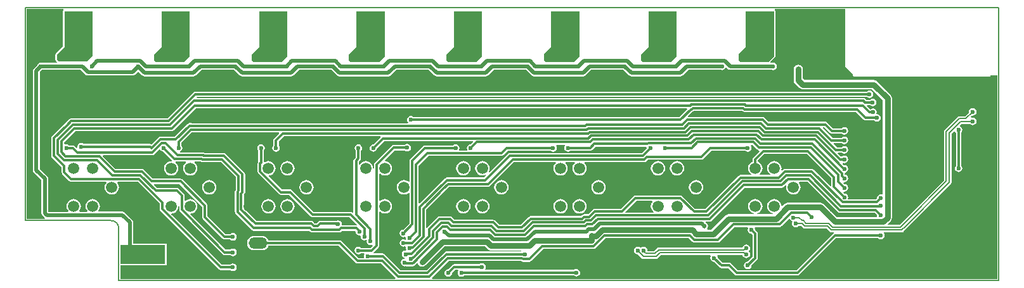
<source format=gbl>
G04*
G04 #@! TF.GenerationSoftware,Altium Limited,Altium Designer,20.0.13 (296)*
G04*
G04 Layer_Physical_Order=2*
G04 Layer_Color=16711680*
%FSLAX44Y44*%
%MOMM*%
G71*
G01*
G75*
%ADD11C,0.2000*%
%ADD14C,0.3000*%
%ADD16C,0.5000*%
%ADD65R,5.0000X5.0000*%
%ADD74C,0.8000*%
%ADD77C,1.5000*%
%ADD78C,3.0000*%
%ADD79O,1.2500X0.9500*%
%ADD80O,0.9500X1.5500*%
%ADD81O,2.5000X1.5000*%
%ADD82R,2.0000X2.0000*%
%ADD83C,0.6000*%
%ADD84C,0.5000*%
%ADD85R,6.0000X2.5000*%
%ADD86R,2.5000X6.0000*%
G36*
X90000Y300004D02*
X82500Y292504D01*
X45000Y292504D01*
X42500Y295004D01*
X42500Y302504D01*
X52500Y312504D01*
X52500Y360004D01*
X90000D01*
Y300004D01*
D02*
G37*
G36*
X1000000Y300000D02*
X992500Y292500D01*
X955000Y292500D01*
X952500Y295000D01*
X952500Y302500D01*
X962500Y312500D01*
X962500Y360000D01*
X1000000D01*
Y300000D01*
D02*
G37*
G36*
X870000D02*
X862500Y292500D01*
X825000Y292500D01*
X822500Y295000D01*
X822500Y302500D01*
X832500Y312500D01*
X832500Y360000D01*
X870000D01*
Y300000D01*
D02*
G37*
G36*
X740000D02*
X732500Y292500D01*
X695000Y292500D01*
X692500Y295000D01*
X692500Y302500D01*
X702500Y312500D01*
X702500Y360000D01*
X740000D01*
Y300000D01*
D02*
G37*
G36*
X610000D02*
X602500Y292500D01*
X565000Y292500D01*
X562500Y295000D01*
X562500Y302500D01*
X572500Y312500D01*
X572500Y360000D01*
X610000D01*
Y300000D01*
D02*
G37*
G36*
X480000D02*
X472500Y292500D01*
X435000Y292500D01*
X432500Y295000D01*
X432500Y302500D01*
X442500Y312500D01*
X442500Y360000D01*
X480000D01*
Y300000D01*
D02*
G37*
G36*
X350000D02*
X342500Y292500D01*
X305000Y292500D01*
X302500Y295000D01*
X302500Y302500D01*
X312500Y312500D01*
X312500Y360000D01*
X350000D01*
Y300000D01*
D02*
G37*
G36*
X220000D02*
X212500Y292500D01*
X175000Y292500D01*
X172500Y295000D01*
X172500Y302500D01*
X182500Y312500D01*
X182500Y360000D01*
X220000D01*
Y300000D01*
D02*
G37*
G36*
X51425Y361691D02*
X51058Y361446D01*
X50616Y360784D01*
X50461Y360004D01*
X50461Y313349D01*
X41058Y303946D01*
X40616Y303284D01*
X40461Y302504D01*
X40461Y295004D01*
X40461Y295004D01*
X40616Y294223D01*
X41058Y293562D01*
X41058Y293562D01*
X42508Y292112D01*
X41982Y290842D01*
X22933D01*
X22751Y290964D01*
X20800Y291352D01*
X18849Y290964D01*
X17195Y289859D01*
X16090Y288205D01*
X16047Y287990D01*
X11756Y283698D01*
X10761Y282210D01*
X10412Y280454D01*
Y147500D01*
X10761Y145744D01*
X11756Y144256D01*
X21612Y134400D01*
Y90133D01*
X21961Y88377D01*
X22956Y86888D01*
X25885Y83960D01*
X26858Y83309D01*
X26473Y82039D01*
X2039D01*
Y362961D01*
X51100D01*
X51425Y361691D01*
D02*
G37*
G36*
X1095000Y286000D02*
X1105461Y275539D01*
Y274900D01*
X1105616Y274120D01*
X1106058Y273458D01*
X1106720Y273016D01*
X1107500Y272861D01*
X1287500D01*
X1288280Y273016D01*
X1288942Y273458D01*
X1289304Y274000D01*
X1297961D01*
Y2039D01*
X543453D01*
X542927Y3309D01*
X544594Y4977D01*
X566049Y26431D01*
X661830D01*
X662284Y25977D01*
X663442Y25203D01*
X664808Y24931D01*
X673243D01*
X674608Y25203D01*
X675766Y25977D01*
X677523Y27734D01*
X677523Y27734D01*
X691721Y41931D01*
X759107D01*
X760472Y42203D01*
X761630Y42977D01*
X775085Y56431D01*
X886187D01*
X891142Y51477D01*
X892300Y50703D01*
X893665Y50431D01*
X925000D01*
X926366Y50703D01*
X927523Y51477D01*
X947478Y71431D01*
X965086D01*
X965765Y70161D01*
X965290Y69451D01*
X964902Y67500D01*
X965290Y65549D01*
X966395Y63895D01*
X968049Y62790D01*
X970000Y62402D01*
X970043Y62410D01*
X971431Y61022D01*
Y31478D01*
X965043Y25089D01*
X965000Y25098D01*
X963049Y24710D01*
X961395Y23605D01*
X960290Y21951D01*
X959902Y20000D01*
X960290Y18049D01*
X961395Y16395D01*
X963049Y15290D01*
X965000Y14902D01*
X966951Y15290D01*
X968605Y16395D01*
X969710Y18049D01*
X970098Y20000D01*
X970089Y20043D01*
X977523Y27477D01*
X978297Y28634D01*
X978569Y30000D01*
Y62500D01*
X978297Y63866D01*
X977523Y65023D01*
X975089Y67457D01*
X975098Y67500D01*
X974710Y69451D01*
X974235Y70161D01*
X974914Y71431D01*
X1007500D01*
X1008866Y71703D01*
X1010023Y72477D01*
X1019976Y82429D01*
X1021177Y82148D01*
X1021331Y81988D01*
X1022395Y80395D01*
X1023778Y79471D01*
X1024398Y78112D01*
X1024290Y77951D01*
X1023902Y76000D01*
X1024290Y74049D01*
X1025395Y72395D01*
X1027049Y71290D01*
X1029000Y70902D01*
X1030951Y71290D01*
X1032605Y72395D01*
X1032970Y72941D01*
X1036233D01*
X1038837Y70337D01*
X1039829Y69674D01*
X1041000Y69441D01*
X1070449D01*
X1074553Y65337D01*
X1074553Y65337D01*
X1075545Y64674D01*
X1076716Y64441D01*
X1076716Y64441D01*
X1079448D01*
X1079613Y63968D01*
X1079659Y63171D01*
X1078690Y62523D01*
X1029735Y13569D01*
X951478D01*
X942523Y22523D01*
X941366Y23297D01*
X940000Y23569D01*
X931478D01*
X925089Y29957D01*
X925098Y30000D01*
X924710Y31951D01*
X924229Y32671D01*
X924907Y33941D01*
X958113D01*
X958290Y33049D01*
X959395Y31395D01*
X961049Y30290D01*
X963000Y29902D01*
X964951Y30290D01*
X966605Y31395D01*
X967710Y33049D01*
X968098Y35000D01*
X967710Y36951D01*
X966605Y38605D01*
Y39395D01*
X967710Y41049D01*
X968098Y43000D01*
X967710Y44951D01*
X966605Y46605D01*
X964951Y47710D01*
X963000Y48098D01*
X961049Y47710D01*
X959395Y46605D01*
X958290Y44951D01*
X958113Y44059D01*
X845904D01*
X845904Y44059D01*
X844733Y43826D01*
X843741Y43163D01*
X839637Y39059D01*
X831870D01*
X831098Y40000D01*
X830710Y41951D01*
X829605Y43605D01*
X827951Y44710D01*
X826000Y45098D01*
X824049Y44710D01*
X822395Y43605D01*
X821605D01*
X819951Y44710D01*
X818000Y45098D01*
X816049Y44710D01*
X814395Y43605D01*
X813290Y41951D01*
X812902Y40000D01*
X813290Y38049D01*
X814395Y36395D01*
X816049Y35290D01*
X818000Y34902D01*
X818239Y34950D01*
X823352Y29837D01*
X823352Y29837D01*
X824344Y29174D01*
X825515Y28941D01*
X825515Y28941D01*
X842561D01*
X842561Y28941D01*
X843731Y29174D01*
X844724Y29837D01*
X848828Y33941D01*
X915093D01*
X915771Y32671D01*
X915290Y31951D01*
X914902Y30000D01*
X915290Y28049D01*
X916395Y26395D01*
X918049Y25290D01*
X920000Y24902D01*
X920043Y24911D01*
X927477Y17477D01*
X928634Y16703D01*
X930000Y16431D01*
X938522D01*
X947477Y7477D01*
X948634Y6703D01*
X950000Y6431D01*
X1031213D01*
X1032579Y6703D01*
X1033736Y7477D01*
X1082691Y56431D01*
X1138871D01*
X1138895Y56395D01*
X1140549Y55290D01*
X1142500Y54902D01*
X1144451Y55290D01*
X1146105Y56395D01*
X1147210Y58049D01*
X1147598Y60000D01*
X1147210Y61951D01*
X1146395Y63171D01*
X1146965Y64441D01*
X1150784D01*
X1150784Y64441D01*
X1150785Y64441D01*
X1170657D01*
X1170657Y64441D01*
X1171827Y64674D01*
X1172820Y65337D01*
X1177467Y69984D01*
X1177467Y69984D01*
X1236163Y128680D01*
X1236163Y128680D01*
X1236826Y129673D01*
X1237059Y130843D01*
Y196233D01*
X1240307Y199482D01*
X1241693Y199071D01*
X1242645Y197645D01*
X1242969Y197429D01*
Y153627D01*
X1242932Y153603D01*
X1241827Y151949D01*
X1241439Y149998D01*
X1241827Y148047D01*
X1242932Y146393D01*
X1244586Y145288D01*
X1246537Y144900D01*
X1248488Y145288D01*
X1250142Y146393D01*
X1251247Y148047D01*
X1251635Y149998D01*
X1251247Y151949D01*
X1250142Y153603D01*
X1250106Y153627D01*
Y198020D01*
X1250960Y199299D01*
X1251348Y201250D01*
X1250960Y203201D01*
X1249855Y204855D01*
X1248429Y205807D01*
X1248018Y207192D01*
X1250267Y209441D01*
X1261364D01*
X1261595Y209095D01*
X1263249Y207990D01*
X1265200Y207602D01*
X1267151Y207990D01*
X1268805Y209095D01*
X1269910Y210749D01*
X1270298Y212700D01*
X1269910Y214651D01*
X1268805Y216305D01*
X1267151Y217410D01*
X1265200Y217798D01*
X1263352Y217430D01*
X1263278Y217487D01*
X1262980Y218855D01*
X1264556Y220430D01*
X1265200Y220302D01*
X1267151Y220690D01*
X1268805Y221795D01*
X1269910Y223449D01*
X1270298Y225400D01*
X1269910Y227351D01*
X1268805Y229005D01*
X1267151Y230110D01*
X1265200Y230498D01*
X1263249Y230110D01*
X1261595Y229005D01*
X1260490Y227351D01*
X1260102Y225400D01*
X1260230Y224756D01*
X1255033Y219559D01*
X1247343D01*
X1247343Y219559D01*
X1246173Y219326D01*
X1245180Y218663D01*
X1227837Y201320D01*
X1227174Y200327D01*
X1226941Y199157D01*
X1226941Y199157D01*
Y133767D01*
X1171916Y78741D01*
X1171916Y78741D01*
X1167733Y74559D01*
X1152598D01*
X1152112Y75732D01*
X1155826Y79446D01*
X1157152Y81431D01*
X1157617Y83772D01*
Y243500D01*
X1157152Y245841D01*
X1155826Y247826D01*
X1137326Y266326D01*
X1135341Y267652D01*
X1133000Y268118D01*
X1040534D01*
X1038617Y270034D01*
Y282500D01*
X1038152Y284841D01*
X1036826Y286826D01*
X1034841Y288152D01*
X1032500Y288617D01*
X1030159Y288152D01*
X1028174Y286826D01*
X1026848Y284841D01*
X1026383Y282500D01*
Y275000D01*
Y267500D01*
X1026848Y265159D01*
X1028174Y263174D01*
X1033674Y257674D01*
X1035659Y256348D01*
X1038000Y255882D01*
X1130466D01*
X1145383Y240966D01*
Y115499D01*
X1144112Y114777D01*
X1142500Y115098D01*
X1140549Y114710D01*
X1138895Y113605D01*
X1137790Y111951D01*
X1137402Y110000D01*
X1137411Y109957D01*
X1135622Y108169D01*
X1099466D01*
X1098767Y109439D01*
X1099098Y111100D01*
X1098710Y113051D01*
X1097605Y114705D01*
X1095951Y115810D01*
X1094000Y116198D01*
X1093957Y116189D01*
X1092427Y117720D01*
X1093052Y118891D01*
X1094000Y118702D01*
X1095951Y119090D01*
X1097605Y120195D01*
X1098710Y121849D01*
X1099098Y123800D01*
X1098710Y125751D01*
X1097605Y127405D01*
X1095951Y128510D01*
X1094000Y128898D01*
X1093957Y128890D01*
X1092427Y130420D01*
X1093052Y131591D01*
X1094000Y131402D01*
X1095951Y131790D01*
X1097605Y132895D01*
X1098710Y134549D01*
X1099098Y136500D01*
X1098710Y138451D01*
X1097605Y140105D01*
X1095951Y141210D01*
X1094488Y141501D01*
Y143060D01*
X1094446Y143275D01*
X1095151Y144331D01*
X1095951Y144490D01*
X1097605Y145595D01*
X1098710Y147249D01*
X1099098Y149200D01*
X1098710Y151151D01*
X1097605Y152805D01*
X1095951Y153910D01*
X1094000Y154298D01*
X1093619Y154222D01*
X1091920Y155921D01*
X1092545Y157091D01*
X1094000Y156802D01*
X1095951Y157190D01*
X1097605Y158295D01*
X1098710Y159949D01*
X1099098Y161900D01*
X1098710Y163851D01*
X1097605Y165505D01*
X1095951Y166610D01*
X1094000Y166998D01*
X1092049Y166610D01*
X1090395Y165505D01*
X1089219Y165693D01*
X1085054Y169858D01*
X1085540Y171031D01*
X1090371D01*
X1090395Y170995D01*
X1092049Y169890D01*
X1094000Y169502D01*
X1095951Y169890D01*
X1097605Y170995D01*
X1098710Y172649D01*
X1099098Y174600D01*
X1098710Y176551D01*
X1097605Y178205D01*
X1095951Y179310D01*
X1094000Y179698D01*
X1092049Y179310D01*
X1090395Y178205D01*
X1090371Y178169D01*
X1083814D01*
X1079425Y182558D01*
X1079911Y183731D01*
X1090371D01*
X1090395Y183695D01*
X1092049Y182590D01*
X1094000Y182202D01*
X1095951Y182590D01*
X1097605Y183695D01*
X1098710Y185349D01*
X1099098Y187300D01*
X1098710Y189251D01*
X1097605Y190905D01*
X1095951Y192010D01*
X1094000Y192398D01*
X1092049Y192010D01*
X1090395Y190905D01*
X1090371Y190869D01*
X1078185D01*
X1065296Y203758D01*
X1065782Y204931D01*
X1067522D01*
X1074977Y197477D01*
X1076134Y196703D01*
X1077500Y196431D01*
X1090371D01*
X1090395Y196395D01*
X1092049Y195290D01*
X1094000Y194902D01*
X1095951Y195290D01*
X1097605Y196395D01*
X1098710Y198049D01*
X1099098Y200000D01*
X1098710Y201951D01*
X1097605Y203605D01*
X1095951Y204710D01*
X1094000Y205098D01*
X1092049Y204710D01*
X1090395Y203605D01*
X1090371Y203569D01*
X1078978D01*
X1071524Y211023D01*
X1070366Y211797D01*
X1069000Y212069D01*
X992904D01*
X987450Y217523D01*
X986292Y218297D01*
X984926Y218568D01*
X885411D01*
X884885Y219839D01*
X890533Y225486D01*
X891623Y225703D01*
X892781Y226477D01*
X892986Y226681D01*
X957414D01*
X957619Y226477D01*
X958777Y225703D01*
X960142Y225431D01*
X1109522D01*
X1119977Y214977D01*
X1121134Y214203D01*
X1122500Y213931D01*
X1133871D01*
X1133895Y213895D01*
X1135549Y212790D01*
X1137500Y212402D01*
X1139451Y212790D01*
X1141105Y213895D01*
X1142210Y215549D01*
X1142598Y217500D01*
X1142210Y219451D01*
X1141105Y221105D01*
X1139451Y222210D01*
X1137804Y222537D01*
X1137439Y222708D01*
X1136852Y223764D01*
X1137098Y225000D01*
X1136710Y226951D01*
X1135605Y228605D01*
X1133951Y229710D01*
X1132000Y230098D01*
X1130049Y229710D01*
X1128723Y228824D01*
X1124215Y233332D01*
X1124701Y234505D01*
X1128006D01*
X1128030Y234469D01*
X1129684Y233364D01*
X1131635Y232976D01*
X1133586Y233364D01*
X1135239Y234469D01*
X1136345Y236123D01*
X1136733Y238074D01*
X1136345Y240025D01*
X1135239Y241679D01*
X1133586Y242784D01*
X1131635Y243172D01*
X1129684Y242784D01*
X1128030Y241679D01*
X1128006Y241642D01*
X1122975D01*
X1121844Y242773D01*
X1120687Y243547D01*
X1119321Y243818D01*
X229874D01*
X229237Y245089D01*
X229546Y245502D01*
X1123871D01*
X1123895Y245466D01*
X1125549Y244361D01*
X1127500Y243973D01*
X1129451Y244361D01*
X1131105Y245466D01*
X1132210Y247120D01*
X1132598Y249071D01*
X1132210Y251021D01*
X1131105Y252675D01*
X1129451Y253780D01*
X1127500Y254169D01*
X1125549Y253780D01*
X1123895Y252675D01*
X1123871Y252639D01*
X227428D01*
X226063Y252367D01*
X224905Y251594D01*
X218335Y245023D01*
X218334Y245023D01*
X189880Y216569D01*
X61358D01*
X59992Y216297D01*
X58835Y215523D01*
X53335Y210023D01*
X53334Y210023D01*
X35977Y192666D01*
X35203Y191508D01*
X34931Y190142D01*
Y166453D01*
X35203Y165088D01*
X35977Y163930D01*
X41426Y158481D01*
X42050Y158064D01*
X48731Y151382D01*
Y144700D01*
X49003Y143335D01*
X49777Y142177D01*
X58873Y133081D01*
X60031Y132307D01*
X61396Y132035D01*
X107927D01*
X108553Y130765D01*
X107502Y129395D01*
X106545Y127084D01*
X106218Y124604D01*
X106545Y122124D01*
X107502Y119813D01*
X109024Y117828D01*
X111009Y116306D01*
X113320Y115348D01*
X115800Y115022D01*
X118280Y115348D01*
X120591Y116306D01*
X122575Y117828D01*
X124098Y119813D01*
X125056Y122124D01*
X125382Y124604D01*
X125056Y127084D01*
X124098Y129395D01*
X123050Y130761D01*
X123676Y132031D01*
X150422D01*
X179431Y103022D01*
Y95644D01*
X179703Y94278D01*
X180477Y93120D01*
X258620Y14977D01*
X259778Y14203D01*
X261144Y13931D01*
X273871D01*
X273895Y13895D01*
X275549Y12790D01*
X277500Y12402D01*
X279451Y12790D01*
X281105Y13895D01*
X282210Y15549D01*
X282598Y17500D01*
X282210Y19451D01*
X281105Y21105D01*
X279451Y22210D01*
X277500Y22598D01*
X275549Y22210D01*
X273895Y21105D01*
X273871Y21069D01*
X262622D01*
X195312Y88378D01*
X195767Y89719D01*
X197480Y89944D01*
X199791Y90902D01*
X201775Y92424D01*
X203298Y94409D01*
X204255Y96720D01*
X204561Y99044D01*
X205831Y98961D01*
Y94644D01*
X206103Y93278D01*
X206877Y92120D01*
X213520Y85477D01*
X213520Y85477D01*
X264020Y34977D01*
X265178Y34203D01*
X266544Y33931D01*
X273871D01*
X273895Y33895D01*
X275549Y32790D01*
X277500Y32402D01*
X279451Y32790D01*
X281105Y33895D01*
X282210Y35549D01*
X282598Y37500D01*
X282210Y39451D01*
X281105Y41105D01*
X279451Y42210D01*
X277500Y42598D01*
X275549Y42210D01*
X273895Y41105D01*
X273871Y41069D01*
X268022D01*
X220712Y88378D01*
X221167Y89719D01*
X222880Y89944D01*
X225191Y90902D01*
X227175Y92424D01*
X228698Y94409D01*
X229655Y96720D01*
X229982Y99200D01*
X229655Y101680D01*
X228698Y103991D01*
X227175Y105975D01*
X225191Y107498D01*
X222880Y108455D01*
X220400Y108782D01*
X217920Y108455D01*
X215609Y107498D01*
X214239Y106447D01*
X212969Y107073D01*
Y113100D01*
X212697Y114466D01*
X211923Y115623D01*
X205023Y122523D01*
X203866Y123297D01*
X202500Y123569D01*
X176049D01*
X171860Y127758D01*
X172346Y128931D01*
X206022D01*
X236431Y98522D01*
X236432Y85000D01*
X236703Y83634D01*
X237477Y82477D01*
X244477Y75477D01*
X244477Y75477D01*
X264026Y55928D01*
X265183Y55154D01*
X266549Y54882D01*
X273871D01*
X273895Y54846D01*
X275549Y53741D01*
X277500Y53353D01*
X279451Y53741D01*
X281105Y54846D01*
X282210Y56500D01*
X282598Y58451D01*
X282210Y60402D01*
X281105Y62056D01*
X279451Y63161D01*
X277500Y63549D01*
X275549Y63161D01*
X273895Y62056D01*
X273871Y62020D01*
X268027D01*
X249523Y80523D01*
X249523Y80523D01*
X243569Y86478D01*
X243569Y96000D01*
Y100000D01*
X243297Y101366D01*
X242523Y102523D01*
X210023Y135023D01*
X208866Y135797D01*
X207500Y136069D01*
X170620D01*
X158565Y148123D01*
X157408Y148897D01*
X156042Y149169D01*
X124518D01*
X124498Y149172D01*
X120874D01*
X103785Y166262D01*
X104271Y167435D01*
X169811D01*
X171177Y167707D01*
X172335Y168480D01*
X179062Y175208D01*
X180454Y174804D01*
X181395Y173395D01*
X183049Y172290D01*
X185000Y171902D01*
X185043Y171910D01*
X196256Y160698D01*
X195662Y159495D01*
X195000Y159582D01*
X192520Y159255D01*
X190209Y158298D01*
X188225Y156775D01*
X186702Y154791D01*
X185744Y152480D01*
X185418Y150000D01*
X185744Y147520D01*
X186702Y145209D01*
X188225Y143224D01*
X190209Y141702D01*
X192520Y140744D01*
X195000Y140418D01*
X197480Y140744D01*
X199791Y141702D01*
X201775Y143224D01*
X203298Y145209D01*
X204255Y147520D01*
X204582Y150000D01*
X204255Y152480D01*
X203298Y154791D01*
X201775Y156775D01*
X200621Y157661D01*
X201052Y158931D01*
X214348D01*
X214779Y157661D01*
X213624Y156775D01*
X212102Y154791D01*
X211145Y152480D01*
X210818Y150000D01*
X211145Y147520D01*
X212102Y145209D01*
X213624Y143224D01*
X215609Y141702D01*
X217920Y140744D01*
X220400Y140418D01*
X222880Y140744D01*
X225191Y141702D01*
X227175Y143224D01*
X228698Y145209D01*
X229655Y147520D01*
X229982Y150000D01*
X229655Y152480D01*
X228698Y154791D01*
X227175Y156775D01*
X226021Y157661D01*
X226452Y158931D01*
X234725D01*
X235067Y158703D01*
X236432Y158431D01*
X261518D01*
X281631Y138318D01*
Y121522D01*
X281077Y120967D01*
X280303Y119809D01*
X280031Y118444D01*
Y92573D01*
X280303Y91207D01*
X280431Y91015D01*
Y91000D01*
X280703Y89634D01*
X281477Y88477D01*
X302477Y67477D01*
X303634Y66703D01*
X305000Y66431D01*
X379258D01*
X380713Y64977D01*
X381871Y64203D01*
X383237Y63931D01*
X419692D01*
X421058Y64203D01*
X422216Y64977D01*
X423671Y66431D01*
X440295D01*
X441181Y65468D01*
X441570Y63517D01*
X442675Y61863D01*
X444328Y60758D01*
X446279Y60370D01*
X446956Y60504D01*
X448036Y59424D01*
X447902Y58750D01*
X448290Y56799D01*
X449395Y55145D01*
X451049Y54040D01*
X453000Y53652D01*
X454951Y54040D01*
X455253Y54242D01*
X456396Y53478D01*
X456152Y52250D01*
X456540Y50299D01*
X457645Y48645D01*
X459299Y47540D01*
X461250Y47152D01*
X463201Y47540D01*
X464000Y46547D01*
X461022Y43569D01*
X448629D01*
X448605Y43605D01*
X446951Y44710D01*
X445000Y45098D01*
X443049Y44710D01*
X441395Y43605D01*
X440290Y41951D01*
X439902Y40000D01*
X440290Y38049D01*
X441395Y36395D01*
X443049Y35290D01*
X445000Y34902D01*
X446951Y35290D01*
X448605Y36395D01*
X448629Y36431D01*
X452586D01*
X453265Y35161D01*
X452790Y34451D01*
X452402Y32500D01*
X452733Y30839D01*
X452034Y29569D01*
X445478D01*
X422523Y52523D01*
X421366Y53297D01*
X420000Y53569D01*
X324805D01*
X324298Y54791D01*
X322775Y56775D01*
X320791Y58298D01*
X318480Y59255D01*
X316000Y59582D01*
X306000D01*
X303520Y59255D01*
X301209Y58298D01*
X299224Y56775D01*
X297702Y54791D01*
X296744Y52480D01*
X296418Y50000D01*
X296744Y47520D01*
X297702Y45209D01*
X299224Y43225D01*
X301209Y41702D01*
X303520Y40745D01*
X306000Y40418D01*
X316000D01*
X318480Y40745D01*
X320791Y41702D01*
X322775Y43225D01*
X324298Y45209D01*
X324805Y46431D01*
X418522D01*
X441477Y23477D01*
X442634Y22703D01*
X444000Y22431D01*
X475451D01*
X492906Y4977D01*
X494573Y3309D01*
X494047Y2039D01*
X127039D01*
Y20500D01*
X189000D01*
Y49500D01*
X144588D01*
Y77500D01*
X144239Y79256D01*
X143244Y80744D01*
X133244Y90744D01*
X131756Y91739D01*
X130000Y92088D01*
X98515D01*
X97889Y93358D01*
X98698Y94413D01*
X99656Y96724D01*
X99982Y99204D01*
X99656Y101684D01*
X98698Y103995D01*
X97176Y105979D01*
X95191Y107502D01*
X92880Y108459D01*
X90400Y108786D01*
X87920Y108459D01*
X85609Y107502D01*
X83625Y105979D01*
X82102Y103995D01*
X81145Y101684D01*
X80818Y99204D01*
X81145Y96724D01*
X82102Y94413D01*
X83138Y93062D01*
X82512Y91792D01*
X72888D01*
X72262Y93062D01*
X73298Y94413D01*
X74255Y96724D01*
X74582Y99204D01*
X74255Y101684D01*
X73298Y103995D01*
X71775Y105979D01*
X69791Y107502D01*
X67480Y108459D01*
X65000Y108786D01*
X62520Y108459D01*
X60209Y107502D01*
X58225Y105979D01*
X56702Y103995D01*
X55745Y101684D01*
X55418Y99204D01*
X55745Y96724D01*
X56702Y94413D01*
X57738Y93062D01*
X57112Y91792D01*
X31029D01*
X30788Y92033D01*
Y136300D01*
X30439Y138056D01*
X29444Y139544D01*
X19588Y149401D01*
Y278553D01*
X22536Y281501D01*
X22751Y281544D01*
X22933Y281666D01*
X74346D01*
X80502Y275509D01*
X81990Y274515D01*
X83746Y274166D01*
X143300D01*
X145056Y274515D01*
X146544Y275509D01*
X150798Y279763D01*
X156306Y274256D01*
X157794Y273261D01*
X159550Y272912D01*
X225000D01*
X226756Y273261D01*
X228244Y274256D01*
X235651Y281662D01*
X278667D01*
X278849Y281540D01*
X279059Y281498D01*
X286306Y274252D01*
X287794Y273257D01*
X289550Y272908D01*
X355000D01*
X356756Y273257D01*
X358244Y274252D01*
X365650Y281658D01*
X408673D01*
X408849Y281540D01*
X409054Y281499D01*
X416306Y274248D01*
X417794Y273253D01*
X419550Y272904D01*
X485000D01*
X486756Y273253D01*
X488244Y274248D01*
X495650Y281654D01*
X538678D01*
X538849Y281540D01*
X539050Y281500D01*
X546306Y274244D01*
X547794Y273250D01*
X549550Y272900D01*
X615000D01*
X616756Y273250D01*
X618244Y274244D01*
X625650Y281650D01*
X668684D01*
X668849Y281540D01*
X669045Y281501D01*
X676306Y274240D01*
X677794Y273246D01*
X679550Y272896D01*
X745000D01*
X746756Y273246D01*
X748244Y274240D01*
X755650Y281646D01*
X798690D01*
X798849Y281540D01*
X799040Y281502D01*
X806306Y274237D01*
X807794Y273242D01*
X809550Y272893D01*
X875000D01*
X876756Y273242D01*
X878244Y274237D01*
X885650Y281643D01*
X928696D01*
X928849Y281540D01*
X930800Y281152D01*
X932751Y281540D01*
X934405Y282645D01*
X935335Y284037D01*
X936733Y284435D01*
X938162Y283006D01*
X939651Y282011D01*
X941406Y281662D01*
X996667D01*
X996849Y281540D01*
X998800Y281152D01*
X1000751Y281540D01*
X1002405Y282645D01*
X1003510Y284299D01*
X1003898Y286250D01*
X1003510Y288201D01*
X1002405Y289855D01*
X1000751Y290960D01*
X998800Y291348D01*
X996849Y290960D01*
X996691Y290854D01*
X995497Y291047D01*
X995062Y292178D01*
X1001442Y298558D01*
X1001884Y299220D01*
X1002039Y300000D01*
Y360000D01*
X1001884Y360780D01*
X1001442Y361442D01*
X1001069Y361691D01*
X1001380Y362961D01*
X1095000D01*
Y286000D01*
D02*
G37*
G36*
X884211Y229258D02*
X873522Y218569D01*
X518629D01*
X518605Y218605D01*
X516951Y219710D01*
X515000Y220098D01*
X513049Y219710D01*
X511395Y218605D01*
X510290Y216951D01*
X509902Y215000D01*
X510290Y213049D01*
X511395Y211395D01*
X511480Y211339D01*
X511095Y210069D01*
X223471D01*
X223262Y210208D01*
X221896Y210480D01*
X219411D01*
X218046Y210208D01*
X216888Y209435D01*
X199522Y192069D01*
X180237D01*
X178871Y191797D01*
X177713Y191023D01*
X168636Y181946D01*
X168110Y182297D01*
X166744Y182569D01*
X78629D01*
X78605Y182605D01*
X76951Y183710D01*
X75000Y184098D01*
X73049Y183710D01*
X71395Y182605D01*
X70290Y180951D01*
X69902Y179000D01*
X70018Y178416D01*
X68999Y177029D01*
X68686Y176995D01*
X66154Y179527D01*
X64996Y180301D01*
X63630Y180572D01*
X58629D01*
X58605Y180609D01*
X56951Y181714D01*
X55000Y182102D01*
X53339Y181771D01*
X52069Y182470D01*
Y184522D01*
X66978Y199431D01*
X195500D01*
X196866Y199703D01*
X198023Y200477D01*
X227978Y230431D01*
X883725D01*
X884211Y229258D01*
D02*
G37*
G36*
X339211Y196758D02*
X332477Y190023D01*
X331703Y188866D01*
X331431Y187500D01*
Y180629D01*
X331395Y180605D01*
X330290Y178951D01*
X329902Y177000D01*
X330290Y175049D01*
X331395Y173395D01*
X333049Y172290D01*
X335000Y171902D01*
X336951Y172290D01*
X338605Y173395D01*
X339710Y175049D01*
X340098Y177000D01*
X339710Y178951D01*
X338605Y180605D01*
X338569Y180629D01*
Y186022D01*
X345478Y192931D01*
X474089D01*
X474615Y191661D01*
X465043Y182089D01*
X465000Y182098D01*
X463049Y181710D01*
X461395Y180605D01*
X460290Y178951D01*
X459902Y177000D01*
X460290Y175049D01*
X461395Y173395D01*
X463049Y172290D01*
X465000Y171902D01*
X466951Y172290D01*
X468605Y173395D01*
X469710Y175049D01*
X470098Y177000D01*
X470089Y177043D01*
X479478Y186431D01*
X597725D01*
X598211Y185258D01*
X595043Y182089D01*
X595000Y182098D01*
X593049Y181710D01*
X591395Y180605D01*
X590290Y178951D01*
X589902Y177000D01*
X590290Y175049D01*
X590531Y174689D01*
X589932Y173569D01*
X580068D01*
X579469Y174689D01*
X579710Y175049D01*
X580098Y177000D01*
X579710Y178951D01*
X578605Y180605D01*
X576951Y181710D01*
X575000Y182098D01*
X573049Y181710D01*
X571395Y180605D01*
X571371Y180569D01*
X534000D01*
X532634Y180297D01*
X531477Y179523D01*
X514477Y162523D01*
X513703Y161366D01*
X513431Y160000D01*
Y132240D01*
X512161Y131693D01*
X510591Y132898D01*
X508280Y133855D01*
X505800Y134182D01*
X503320Y133855D01*
X501009Y132898D01*
X499025Y131375D01*
X497502Y129391D01*
X496544Y127080D01*
X496218Y124600D01*
X496544Y122120D01*
X497502Y119809D01*
X499025Y117824D01*
X501009Y116302D01*
X503320Y115344D01*
X505800Y115018D01*
X508280Y115344D01*
X510591Y116302D01*
X512161Y117507D01*
X513431Y116960D01*
Y76478D01*
X505043Y68089D01*
X505000Y68098D01*
X503049Y67710D01*
X501395Y66605D01*
X500290Y64951D01*
X499902Y63000D01*
X500290Y61049D01*
X501395Y59395D01*
X503049Y58290D01*
X505000Y57902D01*
X506951Y58290D01*
X507253Y58492D01*
X508396Y57729D01*
X508152Y56500D01*
X508396Y55272D01*
X507253Y54508D01*
X506951Y54710D01*
X505000Y55098D01*
X503049Y54710D01*
X501395Y53605D01*
X500290Y51951D01*
X499902Y50000D01*
X500290Y48049D01*
X501395Y46395D01*
X503049Y45290D01*
X505000Y44902D01*
X506951Y45290D01*
X507253Y45492D01*
X508396Y44728D01*
X508152Y43500D01*
X508540Y41549D01*
X508743Y41245D01*
X508000Y40098D01*
X506049Y39710D01*
X504395Y38605D01*
X503290Y36951D01*
X502902Y35000D01*
X503290Y33049D01*
X504395Y31395D01*
X506049Y30290D01*
X506266Y30247D01*
Y28952D01*
X505049Y28710D01*
X503395Y27605D01*
X502290Y25951D01*
X501902Y24000D01*
X502290Y22049D01*
X503395Y20395D01*
X505049Y19290D01*
X507000Y18902D01*
X508230Y19147D01*
X509312Y18931D01*
X517692D01*
X519058Y19203D01*
X520216Y19977D01*
X523072Y22833D01*
X524287Y22464D01*
X524348Y22159D01*
X525674Y20174D01*
X527659Y18848D01*
X530000Y18383D01*
X532341Y18848D01*
X534326Y20174D01*
X559534Y45382D01*
X613818D01*
X617247Y41953D01*
X619232Y40627D01*
X621573Y40162D01*
X662752D01*
X663357Y38892D01*
X663095Y38569D01*
X562500D01*
X561134Y38297D01*
X559977Y37523D01*
X536022Y13569D01*
X501478D01*
X480023Y35023D01*
X478866Y35797D01*
X477500Y36069D01*
X465202D01*
X464817Y37339D01*
X465023Y37477D01*
X471923Y44377D01*
X472697Y45534D01*
X472969Y46900D01*
Y91327D01*
X474239Y91953D01*
X475609Y90902D01*
X477920Y89944D01*
X480400Y89618D01*
X482880Y89944D01*
X485191Y90902D01*
X487175Y92424D01*
X488698Y94409D01*
X489655Y96720D01*
X489982Y99200D01*
X489655Y101680D01*
X488698Y103991D01*
X487175Y105975D01*
X485191Y107498D01*
X482880Y108455D01*
X480400Y108782D01*
X477920Y108455D01*
X475609Y107498D01*
X474239Y106447D01*
X472969Y107073D01*
Y142127D01*
X474239Y142753D01*
X475609Y141702D01*
X477920Y140744D01*
X480400Y140418D01*
X482880Y140744D01*
X485191Y141702D01*
X487175Y143224D01*
X488698Y145209D01*
X489655Y147520D01*
X489982Y150000D01*
X489655Y152480D01*
X488698Y154791D01*
X487175Y156775D01*
X485191Y158298D01*
X482880Y159255D01*
X481167Y159481D01*
X480712Y160822D01*
X493822Y173931D01*
X506371D01*
X506395Y173895D01*
X508049Y172790D01*
X510000Y172402D01*
X511951Y172790D01*
X513605Y173895D01*
X514710Y175549D01*
X515098Y177500D01*
X514710Y179451D01*
X513605Y181105D01*
X511951Y182210D01*
X510000Y182598D01*
X508049Y182210D01*
X506395Y181105D01*
X506371Y181069D01*
X492344D01*
X490978Y180797D01*
X489820Y180023D01*
X466877Y157080D01*
X466103Y155922D01*
X465831Y154556D01*
Y150239D01*
X464561Y150156D01*
X464255Y152480D01*
X463298Y154791D01*
X461776Y156775D01*
X459791Y158298D01*
X457480Y159255D01*
X455000Y159582D01*
X452520Y159255D01*
X450209Y158298D01*
X448225Y156775D01*
X446839Y154969D01*
X446176Y155035D01*
X445569Y155317D01*
Y158522D01*
X447523Y160477D01*
X448297Y161634D01*
X448569Y163000D01*
Y173371D01*
X448605Y173395D01*
X449710Y175049D01*
X450098Y177000D01*
X449710Y178951D01*
X448605Y180605D01*
X446951Y181710D01*
X445000Y182098D01*
X443049Y181710D01*
X441395Y180605D01*
X440290Y178951D01*
X439902Y177000D01*
X440290Y175049D01*
X441395Y173395D01*
X441431Y173371D01*
Y164478D01*
X439477Y162523D01*
X438703Y161366D01*
X438431Y160000D01*
Y90775D01*
X437258Y90289D01*
X436824Y90723D01*
X435666Y91497D01*
X434300Y91769D01*
X385505D01*
X356751Y120523D01*
X355593Y121297D01*
X354227Y121569D01*
X342922D01*
X325312Y139178D01*
X325767Y140519D01*
X327480Y140744D01*
X329791Y141702D01*
X331775Y143224D01*
X333298Y145209D01*
X334255Y147520D01*
X334582Y150000D01*
X334255Y152480D01*
X333298Y154791D01*
X331775Y156775D01*
X329791Y158298D01*
X327480Y159255D01*
X325000Y159582D01*
X322520Y159255D01*
X320209Y158298D01*
X319839Y158014D01*
X318569Y158640D01*
Y173371D01*
X318605Y173395D01*
X319710Y175049D01*
X320098Y177000D01*
X319710Y178951D01*
X318605Y180605D01*
X316951Y181710D01*
X315000Y182098D01*
X313049Y181710D01*
X311395Y180605D01*
X310290Y178951D01*
X309902Y177000D01*
X310290Y175049D01*
X311395Y173395D01*
X311431Y173371D01*
Y158683D01*
X310703Y157593D01*
X310431Y156227D01*
Y145444D01*
X310703Y144078D01*
X311477Y142920D01*
X338920Y115477D01*
X340078Y114703D01*
X341444Y114431D01*
X352749D01*
X381504Y85677D01*
X382662Y84903D01*
X384027Y84631D01*
X432822D01*
X442736Y74717D01*
X442111Y73547D01*
X442000Y73569D01*
X423814D01*
X423008Y74550D01*
X423098Y75000D01*
X422710Y76951D01*
X421605Y78605D01*
X419951Y79710D01*
X418000Y80098D01*
X416049Y79710D01*
X415618Y79422D01*
X414879Y79569D01*
X394192D01*
X392827Y79297D01*
X391669Y78523D01*
X389214Y76069D01*
X386786D01*
X384331Y78523D01*
X383173Y79297D01*
X381808Y79569D01*
X308722D01*
X292169Y96122D01*
Y114895D01*
X292723Y115449D01*
X293497Y116607D01*
X293769Y117973D01*
Y131227D01*
Y141867D01*
X293497Y143233D01*
X292723Y144390D01*
X267590Y169523D01*
X266433Y170297D01*
X265067Y170569D01*
X239711D01*
X239369Y170797D01*
X238003Y171069D01*
X207621D01*
X207009Y172245D01*
X207024Y172339D01*
X208605Y173395D01*
X209710Y175049D01*
X210098Y177000D01*
X209710Y178951D01*
X208605Y180605D01*
X208569Y180629D01*
Y183951D01*
X222549Y197931D01*
X338725D01*
X339211Y196758D01*
D02*
G37*
G36*
X977477Y174977D02*
X978634Y174203D01*
X980000Y173931D01*
X980225D01*
X980711Y172758D01*
X972477Y164523D01*
X971703Y163366D01*
X971431Y162000D01*
Y158805D01*
X970209Y158298D01*
X968225Y156775D01*
X966702Y154791D01*
X965745Y152480D01*
X965418Y150000D01*
X965745Y147520D01*
X966702Y145209D01*
X968225Y143224D01*
X969379Y142339D01*
X968948Y141069D01*
X955000D01*
X953634Y140797D01*
X952477Y140023D01*
X908022Y95569D01*
X894634D01*
X877480Y112723D01*
X876322Y113497D01*
X874956Y113769D01*
X815044D01*
X813678Y113497D01*
X812520Y112723D01*
X795366Y95569D01*
X760352D01*
X758986Y95297D01*
X757829Y94523D01*
X751874Y88569D01*
X746352D01*
X744986Y88297D01*
X743829Y87523D01*
X742374Y86069D01*
X675167D01*
X673801Y85797D01*
X672643Y85023D01*
X661968Y74348D01*
X633199D01*
X627523Y80023D01*
X626366Y80797D01*
X625000Y81069D01*
X573063D01*
X569733Y84398D01*
X568575Y85172D01*
X567210Y85444D01*
X553248D01*
X551882Y85172D01*
X550725Y84398D01*
X537477Y71150D01*
X536839Y70195D01*
X535938Y70272D01*
X535569Y70407D01*
Y94522D01*
X560973Y119926D01*
X560973Y119926D01*
X566478Y125431D01*
X618000D01*
X619366Y125703D01*
X620523Y126477D01*
X652478Y158431D01*
X708297D01*
X708728Y157161D01*
X708224Y156775D01*
X706702Y154791D01*
X705744Y152480D01*
X705418Y150000D01*
X705744Y147520D01*
X706702Y145209D01*
X708224Y143224D01*
X710209Y141702D01*
X712520Y140744D01*
X715000Y140418D01*
X717480Y140744D01*
X719791Y141702D01*
X721775Y143224D01*
X723298Y145209D01*
X724255Y147520D01*
X724582Y150000D01*
X724255Y152480D01*
X723298Y154791D01*
X721775Y156775D01*
X721272Y157161D01*
X721703Y158431D01*
X733697D01*
X734128Y157161D01*
X733624Y156775D01*
X732102Y154791D01*
X731144Y152480D01*
X730818Y150000D01*
X731144Y147520D01*
X732102Y145209D01*
X733624Y143224D01*
X735609Y141702D01*
X737920Y140744D01*
X740400Y140418D01*
X742880Y140744D01*
X745191Y141702D01*
X747175Y143224D01*
X748698Y145209D01*
X749655Y147520D01*
X749982Y150000D01*
X749655Y152480D01*
X748698Y154791D01*
X747175Y156775D01*
X746672Y157161D01*
X747104Y158431D01*
X827071D01*
X828437Y158703D01*
X829594Y159477D01*
X831549Y161431D01*
X903000D01*
X904366Y161703D01*
X905523Y162477D01*
X916478Y173431D01*
X961371D01*
X961395Y173395D01*
X963049Y172290D01*
X965000Y171902D01*
X966951Y172290D01*
X968605Y173395D01*
X969710Y175049D01*
X970098Y177000D01*
X969710Y178951D01*
X968901Y180161D01*
X969480Y181431D01*
X971022D01*
X977477Y174977D01*
D02*
G37*
G36*
X721099Y180161D02*
X720290Y178951D01*
X719902Y177000D01*
X720290Y175049D01*
X721395Y173395D01*
X723049Y172290D01*
X725000Y171902D01*
X726951Y172290D01*
X728605Y173395D01*
X728629Y173431D01*
X754500D01*
X755866Y173703D01*
X757023Y174477D01*
X761478Y178931D01*
X829285D01*
X830091Y177950D01*
X829902Y177000D01*
X829911Y176957D01*
X823522Y170569D01*
X647000D01*
X645634Y170297D01*
X644477Y169523D01*
X620010Y145056D01*
X618933Y145776D01*
X619655Y147520D01*
X619982Y150000D01*
X619655Y152480D01*
X618698Y154791D01*
X617175Y156775D01*
X615191Y158298D01*
X612880Y159255D01*
X610400Y159582D01*
X607920Y159255D01*
X605609Y158298D01*
X603624Y156775D01*
X602102Y154791D01*
X601144Y152480D01*
X600818Y150000D01*
X601144Y147520D01*
X602102Y145209D01*
X603624Y143224D01*
X605609Y141702D01*
X607920Y140744D01*
X610400Y140418D01*
X612880Y140744D01*
X614624Y141467D01*
X615344Y140390D01*
X612522Y137569D01*
X562929D01*
X561563Y137297D01*
X560406Y136523D01*
X526804Y102922D01*
X525631Y103408D01*
Y153584D01*
X538478Y166431D01*
X636000D01*
X637366Y166703D01*
X638523Y167477D01*
X644478Y173431D01*
X701371D01*
X701395Y173395D01*
X703049Y172290D01*
X705000Y171902D01*
X706951Y172290D01*
X708605Y173395D01*
X709710Y175049D01*
X710098Y177000D01*
X709710Y178951D01*
X708901Y180161D01*
X709480Y181431D01*
X720520D01*
X721099Y180161D01*
D02*
G37*
G36*
X1076431Y136522D02*
Y126319D01*
X1075161Y125793D01*
X1052831Y148123D01*
X1051673Y148897D01*
X1050308Y149169D01*
X1014418D01*
X1013052Y148897D01*
X1011895Y148123D01*
X1010829Y147057D01*
X1010065Y147358D01*
X1009680Y147704D01*
X1009982Y150000D01*
X1009656Y152480D01*
X1008698Y154791D01*
X1007176Y156775D01*
X1005191Y158298D01*
X1002880Y159255D01*
X1000400Y159582D01*
X997920Y159255D01*
X995609Y158298D01*
X993625Y156775D01*
X992102Y154791D01*
X991145Y152480D01*
X990818Y150000D01*
X991145Y147520D01*
X992102Y145209D01*
X993625Y143224D01*
X994779Y142339D01*
X994348Y141069D01*
X981052D01*
X980621Y142339D01*
X981776Y143224D01*
X983298Y145209D01*
X984256Y147520D01*
X984582Y150000D01*
X984256Y152480D01*
X983298Y154791D01*
X981776Y156775D01*
X979791Y158298D01*
X978569Y158805D01*
Y160522D01*
X986978Y168931D01*
X1044022D01*
X1076431Y136522D01*
D02*
G37*
G36*
X1085242Y91477D02*
X1086400Y90703D01*
X1087766Y90431D01*
X1134522D01*
X1137411Y87543D01*
X1137402Y87500D01*
X1137723Y85888D01*
X1137001Y84618D01*
X1083806D01*
X1066098Y102326D01*
X1064113Y103652D01*
X1061772Y104117D01*
X1018292D01*
X1015951Y103652D01*
X1013966Y102326D01*
X1011214Y99573D01*
X1009873Y100029D01*
X1009656Y101680D01*
X1008698Y103991D01*
X1007176Y105975D01*
X1005191Y107498D01*
X1002880Y108455D01*
X1000400Y108782D01*
X997920Y108455D01*
X995609Y107498D01*
X993625Y105975D01*
X992102Y103991D01*
X991145Y101680D01*
X990818Y99200D01*
X991145Y96720D01*
X992102Y94409D01*
X993625Y92424D01*
X995609Y90902D01*
X997920Y89944D01*
X998353Y89888D01*
X998270Y88618D01*
X977131D01*
X977047Y89888D01*
X977480Y89944D01*
X979791Y90902D01*
X981776Y92424D01*
X983298Y94409D01*
X984256Y96720D01*
X984582Y99200D01*
X984256Y101680D01*
X983298Y103991D01*
X981776Y105975D01*
X979791Y107498D01*
X977480Y108455D01*
X975000Y108782D01*
X972520Y108455D01*
X970209Y107498D01*
X968225Y105975D01*
X966702Y103991D01*
X965745Y101680D01*
X965418Y99200D01*
X965745Y96720D01*
X966702Y94409D01*
X968225Y92424D01*
X970209Y90902D01*
X972520Y89944D01*
X972953Y89888D01*
X972869Y88618D01*
X939500D01*
X937159Y88152D01*
X935174Y86826D01*
X916466Y68117D01*
X911134D01*
X910572Y69387D01*
X911394Y70618D01*
X911782Y72569D01*
X911394Y74520D01*
X910289Y76174D01*
X908811Y77161D01*
X908836Y77876D01*
X908984Y78320D01*
X909031Y78431D01*
X914071D01*
X915437Y78703D01*
X916594Y79477D01*
X961049Y123931D01*
X1010460D01*
X1011826Y124203D01*
X1012983Y124977D01*
X1015330Y127323D01*
X1016493Y126690D01*
X1016218Y124600D01*
X1016545Y122120D01*
X1017502Y119809D01*
X1019025Y117824D01*
X1021009Y116302D01*
X1023320Y115344D01*
X1025800Y115018D01*
X1028280Y115344D01*
X1030591Y116302D01*
X1032576Y117824D01*
X1034098Y119809D01*
X1035055Y122120D01*
X1035382Y124600D01*
X1035055Y127080D01*
X1034098Y129391D01*
X1033047Y130761D01*
X1033673Y132031D01*
X1044688D01*
X1085242Y91477D01*
D02*
G37*
G36*
X837753Y105361D02*
X836702Y103991D01*
X835744Y101680D01*
X835418Y99200D01*
X835744Y96720D01*
X836702Y94409D01*
X838224Y92424D01*
X838988Y91839D01*
X838557Y90569D01*
X802118D01*
X801632Y91742D01*
X816522Y106631D01*
X837127D01*
X837753Y105361D01*
D02*
G37*
%LPC*%
G36*
X245800Y134182D02*
X243320Y133855D01*
X241009Y132898D01*
X239025Y131375D01*
X237502Y129391D01*
X236544Y127080D01*
X236218Y124600D01*
X236544Y122120D01*
X237502Y119809D01*
X239025Y117824D01*
X241009Y116302D01*
X243320Y115344D01*
X245800Y115018D01*
X248280Y115344D01*
X250591Y116302D01*
X252575Y117824D01*
X254098Y119809D01*
X255055Y122120D01*
X255382Y124600D01*
X255055Y127080D01*
X254098Y129391D01*
X252575Y131375D01*
X250591Y132898D01*
X248280Y133855D01*
X245800Y134182D01*
D02*
G37*
G36*
X610000Y23098D02*
X608049Y22710D01*
X606395Y21605D01*
X606371Y21569D01*
X573000D01*
X571634Y21297D01*
X570477Y20523D01*
X565043Y15089D01*
X565000Y15098D01*
X563049Y14710D01*
X561395Y13605D01*
X560290Y11951D01*
X559902Y10000D01*
X560290Y8049D01*
X561395Y6395D01*
X563049Y5290D01*
X565000Y4902D01*
X566951Y5290D01*
X568605Y6395D01*
X569710Y8049D01*
X570098Y10000D01*
X570089Y10043D01*
X574478Y14431D01*
X578020D01*
X578599Y13161D01*
X577790Y11951D01*
X577402Y10000D01*
X577790Y8049D01*
X578895Y6395D01*
X580549Y5290D01*
X582500Y4902D01*
X584451Y5290D01*
X586105Y6395D01*
X586463Y6931D01*
X732430D01*
X732621Y6645D01*
X734275Y5540D01*
X736226Y5152D01*
X738177Y5540D01*
X739830Y6645D01*
X740936Y8299D01*
X741324Y10250D01*
X740936Y12201D01*
X739830Y13855D01*
X738177Y14960D01*
X736226Y15348D01*
X734275Y14960D01*
X732941Y14069D01*
X614914D01*
X614235Y15339D01*
X614710Y16049D01*
X615098Y18000D01*
X614710Y19951D01*
X613605Y21605D01*
X611951Y22710D01*
X610000Y23098D01*
D02*
G37*
G36*
X350400Y159582D02*
X347920Y159255D01*
X345609Y158298D01*
X343624Y156775D01*
X342102Y154791D01*
X341144Y152480D01*
X340818Y150000D01*
X341144Y147520D01*
X342102Y145209D01*
X343624Y143224D01*
X345609Y141702D01*
X347920Y140744D01*
X350400Y140418D01*
X352880Y140744D01*
X355191Y141702D01*
X357175Y143224D01*
X358698Y145209D01*
X359655Y147520D01*
X359982Y150000D01*
X359655Y152480D01*
X358698Y154791D01*
X357175Y156775D01*
X355191Y158298D01*
X352880Y159255D01*
X350400Y159582D01*
D02*
G37*
G36*
X375800Y134182D02*
X373320Y133855D01*
X371009Y132898D01*
X369025Y131375D01*
X367502Y129391D01*
X366544Y127080D01*
X366218Y124600D01*
X366544Y122120D01*
X367502Y119809D01*
X369025Y117824D01*
X371009Y116302D01*
X373320Y115344D01*
X375800Y115018D01*
X378280Y115344D01*
X380591Y116302D01*
X382575Y117824D01*
X384098Y119809D01*
X385055Y122120D01*
X385382Y124600D01*
X385055Y127080D01*
X384098Y129391D01*
X382575Y131375D01*
X380591Y132898D01*
X378280Y133855D01*
X375800Y134182D01*
D02*
G37*
G36*
X350400Y108782D02*
X347920Y108455D01*
X345609Y107498D01*
X343624Y105975D01*
X342102Y103991D01*
X341144Y101680D01*
X340818Y99200D01*
X341144Y96720D01*
X342102Y94409D01*
X343624Y92424D01*
X345609Y90902D01*
X347920Y89944D01*
X350400Y89618D01*
X352880Y89944D01*
X355191Y90902D01*
X357175Y92424D01*
X358698Y94409D01*
X359655Y96720D01*
X359982Y99200D01*
X359655Y101680D01*
X358698Y103991D01*
X357175Y105975D01*
X355191Y107498D01*
X352880Y108455D01*
X350400Y108782D01*
D02*
G37*
G36*
X325000D02*
X322520Y108455D01*
X320209Y107498D01*
X318225Y105975D01*
X316702Y103991D01*
X315744Y101680D01*
X315418Y99200D01*
X315744Y96720D01*
X316702Y94409D01*
X318225Y92424D01*
X320209Y90902D01*
X322520Y89944D01*
X325000Y89618D01*
X327480Y89944D01*
X329791Y90902D01*
X331775Y92424D01*
X333298Y94409D01*
X334255Y96720D01*
X334582Y99200D01*
X334255Y101680D01*
X333298Y103991D01*
X331775Y105975D01*
X329791Y107498D01*
X327480Y108455D01*
X325000Y108782D01*
D02*
G37*
G36*
X870400Y159582D02*
X867920Y159255D01*
X865609Y158298D01*
X863624Y156775D01*
X862102Y154791D01*
X861144Y152480D01*
X860818Y150000D01*
X861144Y147520D01*
X862102Y145209D01*
X863624Y143224D01*
X865609Y141702D01*
X867920Y140744D01*
X870400Y140418D01*
X872880Y140744D01*
X875191Y141702D01*
X877175Y143224D01*
X878698Y145209D01*
X879655Y147520D01*
X879982Y150000D01*
X879655Y152480D01*
X878698Y154791D01*
X877175Y156775D01*
X875191Y158298D01*
X872880Y159255D01*
X870400Y159582D01*
D02*
G37*
G36*
X845000D02*
X842520Y159255D01*
X840209Y158298D01*
X838224Y156775D01*
X836702Y154791D01*
X835744Y152480D01*
X835418Y150000D01*
X835744Y147520D01*
X836702Y145209D01*
X838224Y143224D01*
X840209Y141702D01*
X842520Y140744D01*
X845000Y140418D01*
X847480Y140744D01*
X849791Y141702D01*
X851775Y143224D01*
X853298Y145209D01*
X854255Y147520D01*
X854582Y150000D01*
X854255Y152480D01*
X853298Y154791D01*
X851775Y156775D01*
X849791Y158298D01*
X847480Y159255D01*
X845000Y159582D01*
D02*
G37*
G36*
X895800Y134182D02*
X893320Y133855D01*
X891009Y132898D01*
X889025Y131375D01*
X887502Y129391D01*
X886544Y127080D01*
X886218Y124600D01*
X886544Y122120D01*
X887502Y119809D01*
X889025Y117824D01*
X891009Y116302D01*
X893320Y115344D01*
X895800Y115018D01*
X898280Y115344D01*
X900591Y116302D01*
X902575Y117824D01*
X904098Y119809D01*
X905055Y122120D01*
X905382Y124600D01*
X905055Y127080D01*
X904098Y129391D01*
X902575Y131375D01*
X900591Y132898D01*
X898280Y133855D01*
X895800Y134182D01*
D02*
G37*
G36*
X765800D02*
X763320Y133855D01*
X761009Y132898D01*
X759025Y131375D01*
X757502Y129391D01*
X756544Y127080D01*
X756218Y124600D01*
X756544Y122120D01*
X757502Y119809D01*
X759025Y117824D01*
X761009Y116302D01*
X763320Y115344D01*
X765800Y115018D01*
X768280Y115344D01*
X770591Y116302D01*
X772575Y117824D01*
X774098Y119809D01*
X775055Y122120D01*
X775382Y124600D01*
X775055Y127080D01*
X774098Y129391D01*
X772575Y131375D01*
X770591Y132898D01*
X768280Y133855D01*
X765800Y134182D01*
D02*
G37*
G36*
X635800D02*
X633320Y133855D01*
X631009Y132898D01*
X629025Y131375D01*
X627502Y129391D01*
X626544Y127080D01*
X626218Y124600D01*
X626544Y122120D01*
X627502Y119809D01*
X629025Y117824D01*
X631009Y116302D01*
X633320Y115344D01*
X635800Y115018D01*
X638280Y115344D01*
X640591Y116302D01*
X642575Y117824D01*
X644098Y119809D01*
X645055Y122120D01*
X645382Y124600D01*
X645055Y127080D01*
X644098Y129391D01*
X642575Y131375D01*
X640591Y132898D01*
X638280Y133855D01*
X635800Y134182D01*
D02*
G37*
G36*
X740400Y108782D02*
X737920Y108455D01*
X735609Y107498D01*
X733624Y105975D01*
X732102Y103991D01*
X731144Y101680D01*
X730818Y99200D01*
X731144Y96720D01*
X732102Y94409D01*
X733624Y92424D01*
X735609Y90902D01*
X737920Y89944D01*
X740400Y89618D01*
X742880Y89944D01*
X745191Y90902D01*
X747175Y92424D01*
X748698Y94409D01*
X749655Y96720D01*
X749982Y99200D01*
X749655Y101680D01*
X748698Y103991D01*
X747175Y105975D01*
X745191Y107498D01*
X742880Y108455D01*
X740400Y108782D01*
D02*
G37*
G36*
X715000D02*
X712520Y108455D01*
X710209Y107498D01*
X708224Y105975D01*
X706702Y103991D01*
X705744Y101680D01*
X705418Y99200D01*
X705744Y96720D01*
X706702Y94409D01*
X708224Y92424D01*
X710209Y90902D01*
X712520Y89944D01*
X715000Y89618D01*
X717480Y89944D01*
X719791Y90902D01*
X721775Y92424D01*
X723298Y94409D01*
X724255Y96720D01*
X724582Y99200D01*
X724255Y101680D01*
X723298Y103991D01*
X721775Y105975D01*
X719791Y107498D01*
X717480Y108455D01*
X715000Y108782D01*
D02*
G37*
G36*
X610400D02*
X607920Y108455D01*
X605609Y107498D01*
X603624Y105975D01*
X602102Y103991D01*
X601144Y101680D01*
X600818Y99200D01*
X601144Y96720D01*
X602102Y94409D01*
X603624Y92424D01*
X605609Y90902D01*
X607920Y89944D01*
X610400Y89618D01*
X612880Y89944D01*
X615191Y90902D01*
X617175Y92424D01*
X618698Y94409D01*
X619655Y96720D01*
X619982Y99200D01*
X619655Y101680D01*
X618698Y103991D01*
X617175Y105975D01*
X615191Y107498D01*
X612880Y108455D01*
X610400Y108782D01*
D02*
G37*
G36*
X585000D02*
X582520Y108455D01*
X580209Y107498D01*
X578224Y105975D01*
X576702Y103991D01*
X575745Y101680D01*
X575418Y99200D01*
X575745Y96720D01*
X576702Y94409D01*
X578224Y92424D01*
X580209Y90902D01*
X582520Y89944D01*
X585000Y89618D01*
X587480Y89944D01*
X589791Y90902D01*
X591775Y92424D01*
X593298Y94409D01*
X594255Y96720D01*
X594582Y99200D01*
X594255Y101680D01*
X593298Y103991D01*
X591775Y105975D01*
X589791Y107498D01*
X587480Y108455D01*
X585000Y108782D01*
D02*
G37*
G36*
Y159582D02*
X582520Y159255D01*
X580209Y158298D01*
X578224Y156775D01*
X576702Y154791D01*
X575745Y152480D01*
X575418Y150000D01*
X575745Y147520D01*
X576702Y145209D01*
X578224Y143224D01*
X580209Y141702D01*
X582520Y140744D01*
X585000Y140418D01*
X587480Y140744D01*
X589791Y141702D01*
X591775Y143224D01*
X593298Y145209D01*
X594255Y147520D01*
X594582Y150000D01*
X594255Y152480D01*
X593298Y154791D01*
X591775Y156775D01*
X589791Y158298D01*
X587480Y159255D01*
X585000Y159582D01*
D02*
G37*
%LPD*%
D11*
X847561Y37000D02*
X959918D01*
X840904Y36000D02*
X845904Y41000D01*
X842561Y32000D02*
X847561Y37000D01*
X845904Y41000D02*
X959918D01*
X825515Y32000D02*
X842561D01*
X828828Y36000D02*
X840904D01*
X1076716Y67500D02*
X1150784D01*
X1073294Y76578D02*
X1078373Y71500D01*
X1150784Y67500D02*
X1150784Y67500D01*
X1149127Y71500D02*
X1149127Y71500D01*
X1041000Y72500D02*
X1071716D01*
X1078373Y71500D02*
X1149127D01*
X1149127Y71500D02*
X1169000D01*
X1042578Y76578D02*
X1073294D01*
X1150784Y67500D02*
X1170657D01*
X1071716Y72500D02*
X1076716Y67500D01*
X1169000Y71500D02*
X1174078Y76578D01*
X1174078D01*
X1175304Y72147D02*
X1175304D01*
X1170657Y67500D02*
X1175304Y72147D01*
X1174078Y76578D02*
X1230000Y132500D01*
X1175304Y72147D02*
X1234000Y130843D01*
X1230000Y132500D02*
Y199157D01*
X1234000Y130843D02*
Y197500D01*
X1249000Y212500D02*
X1265200D01*
X1256300Y216500D02*
X1265200Y225400D01*
X1247343Y216500D02*
X1256300D01*
X1230000Y199157D02*
X1247343Y216500D01*
X1234000Y197500D02*
X1249000Y212500D01*
X1039157Y80000D02*
X1042578Y76578D01*
X1037500Y80000D02*
X1039157D01*
X1037500Y76000D02*
X1041000Y72500D01*
X1033500Y84000D02*
X1037500Y80000D01*
X1026000Y84000D02*
X1033500D01*
X1029000Y76000D02*
X1037500D01*
X827657Y37172D02*
X828828Y36000D01*
X818000Y39515D02*
Y40000D01*
Y39515D02*
X825515Y32000D01*
X826000Y38918D02*
X827657Y37261D01*
Y37172D02*
Y37261D01*
X959918Y41000D02*
X961918Y43000D01*
X963000D01*
X959918Y37000D02*
X961918Y35000D01*
X963000D01*
X826000Y38918D02*
Y40000D01*
X125000Y70000D02*
G03*
X115000Y80000I-10000J0D01*
G01*
X125000Y0D02*
Y70000D01*
X0Y80000D02*
X115000D01*
X0D02*
Y365000D01*
X125000Y0D02*
X1300000D01*
Y365000D01*
X0D02*
X1300000D01*
D14*
X283600Y92573D02*
Y118444D01*
X540000Y59249D02*
Y68627D01*
X553248Y81875D02*
X567210D01*
X540000Y68627D02*
X553248Y81875D01*
X557683Y71875D02*
X563067D01*
X545000Y66263D02*
X555612Y76875D01*
X565138D01*
X550000Y64192D02*
X557683Y71875D01*
X550000Y55107D02*
Y64192D01*
X545000Y57178D02*
Y66263D01*
X631721Y70779D02*
X663446D01*
X675167Y82500D01*
X629650Y65779D02*
X665517D01*
X667773Y60779D02*
X679494Y72500D01*
X620858Y67500D02*
X627579Y60779D01*
X622929Y72500D02*
X629650Y65779D01*
X627579Y60779D02*
X667773D01*
X625000Y77500D02*
X631721Y70779D01*
X665517Y65779D02*
X676738Y77000D01*
X569514Y72500D02*
X622929D01*
X567442Y67500D02*
X620858D01*
X565138Y76875D02*
X569514Y72500D01*
X571585Y77500D02*
X625000D01*
X567210Y81875D02*
X571585Y77500D01*
X563067Y71875D02*
X567442Y67500D01*
X675167Y82500D02*
X743852D01*
X676738Y77000D02*
X676923D01*
X743852Y82500D02*
X746352Y85000D01*
X676923Y77000D02*
X677423Y77500D01*
X745923D01*
X747994Y72500D02*
X750494Y75000D01*
X745923Y77500D02*
X748423Y80000D01*
X679494Y72500D02*
X747994D01*
X690243Y45500D02*
X759107D01*
X773607Y60000D01*
X887665D01*
X183000Y95644D02*
Y104500D01*
X120360Y135600D02*
X151900D01*
X156042Y145600D02*
X169142Y132500D01*
X174571Y120000D02*
X202500D01*
X169142Y132500D02*
X207500D01*
X151900Y135600D02*
X183000Y104500D01*
X124502Y145600D02*
X156042D01*
X122431Y140600D02*
X153971D01*
X174571Y120000D01*
X209400Y94644D02*
Y113100D01*
X202500Y120000D02*
X209400Y113100D01*
X183000Y95644D02*
X261144Y17500D01*
X277500D01*
X266544Y37500D02*
X277500D01*
X216044Y88000D02*
X266544Y37500D01*
X209400Y94644D02*
X216044Y88000D01*
Y88000D02*
Y88000D01*
X266549Y58451D02*
X277500D01*
X247000Y78000D02*
X247000D01*
X266549Y58451D01*
X240000Y96000D02*
X240000Y85000D01*
X247000Y78000D01*
X462500Y40000D02*
X469400Y46900D01*
Y154556D01*
X311000Y50000D02*
X420000D01*
X444000Y26000D02*
X476929D01*
X420000Y50000D02*
X444000Y26000D01*
X920000Y30000D02*
X930000Y20000D01*
X925000Y54000D02*
X946000Y75000D01*
X893665Y54000D02*
X925000D01*
X946000Y75000D02*
X1007500D01*
X283600Y118444D02*
X285200Y120044D01*
X284000Y91000D02*
Y92173D01*
Y91000D02*
X305000Y70000D01*
X283600Y92573D02*
X284000Y92173D01*
X288600Y116373D02*
X290200Y117973D01*
X288600Y94644D02*
Y116373D01*
Y94644D02*
X307244Y76000D01*
X290200Y117973D02*
Y131227D01*
X285200Y120044D02*
Y139796D01*
X290200Y131227D02*
Y141867D01*
X265067Y167000D02*
X290200Y141867D01*
X307244Y76000D02*
X381808D01*
X236432Y162000D02*
X262996D01*
X285200Y139796D01*
X254427Y167000D02*
X265067D01*
X235932Y162500D02*
X236432Y162000D01*
X238003Y167500D02*
X238503Y167000D01*
X254427D01*
X199500Y162500D02*
X235932D01*
X185000Y177000D02*
X199500Y162500D01*
X187692Y183500D02*
X203692Y167500D01*
X238003D01*
X207500Y132500D02*
X240000Y100000D01*
Y98000D02*
Y100000D01*
Y96000D02*
Y98000D01*
X618000Y129000D02*
X651000Y162000D01*
X830071Y165000D02*
X903000D01*
X614000Y134000D02*
X647000Y167000D01*
X825000D01*
X835000Y177000D01*
X651000Y162000D02*
X827071D01*
X830071Y165000D01*
X562929Y134000D02*
X614000D01*
X527000Y98071D02*
X562929Y134000D01*
X527000Y60391D02*
Y98071D01*
X558449Y122449D02*
X565000Y129000D01*
X618000D01*
X522000Y100142D02*
X522062Y100205D01*
X537000Y170000D02*
X636000D01*
X532000Y96000D02*
X558449Y122449D01*
X522062Y155063D02*
X537000Y170000D01*
X513250Y56500D02*
X522000Y65250D01*
X522062Y100205D02*
Y155063D01*
X532000Y58320D02*
Y96000D01*
X522000Y65250D02*
Y100142D01*
X1127500Y225000D02*
X1132000D01*
X98996Y166004D02*
X119396Y145604D01*
X61396Y135604D02*
X120356D01*
X116396Y140604D02*
X122427D01*
X53996Y166004D02*
X98996D01*
X124498Y145604D02*
X124502Y145600D01*
X119396Y145604D02*
X124498D01*
X122427Y140604D02*
X122431Y140600D01*
X120356Y135604D02*
X120360Y135600D01*
X52300Y144700D02*
Y152860D01*
Y144700D02*
X61396Y135604D01*
X43500Y188071D02*
X57929Y202500D01*
X43500Y169429D02*
X51925Y161004D01*
X48500Y171500D02*
X53996Y166004D01*
X38500Y166453D02*
Y190142D01*
X55858Y207500D01*
X48500Y171500D02*
Y186000D01*
X65500Y203000D01*
X43500Y169429D02*
Y188071D01*
X38500Y166453D02*
X43949Y161004D01*
X51925D02*
X95996D01*
X116396Y140604D01*
X43949Y161004D02*
X44156D01*
X52300Y152860D01*
X69630Y171004D02*
X169811D01*
X63630Y177004D02*
X69630Y171004D01*
X55000Y177004D02*
X63630D01*
X75000Y179000D02*
X166744D01*
X168740Y177004D01*
X169811Y171004D02*
X182308Y183500D01*
X63429Y208000D02*
X193429D01*
X55858Y207500D02*
X61358Y213000D01*
X57929Y202500D02*
X63429Y208000D01*
X61358Y213000D02*
X191358D01*
X65500Y203000D02*
X195500D01*
X226500Y234000D01*
X57929Y202500D02*
X57929D01*
X193429Y208000D02*
X222929Y237500D01*
X55858Y207500D02*
X55858D01*
X191358Y213000D02*
X220858Y242500D01*
X393192Y75000D02*
X394192Y76000D01*
X385308Y72500D02*
X390692D01*
X380737Y70000D02*
X383237Y67500D01*
X384027Y88200D02*
X434300D01*
X305000Y70000D02*
X380737D01*
X383237Y67500D02*
X419692D01*
X381808Y76000D02*
X382808Y75000D01*
X354227Y118000D02*
X384027Y88200D01*
X390692Y72500D02*
X393192Y75000D01*
X382808D02*
X385308Y72500D01*
X419692Y67500D02*
X422192Y70000D01*
X394192Y76000D02*
X414879D01*
X417426Y75574D02*
X418000Y75000D01*
X415305Y75574D02*
X417426D01*
X414879Y76000D02*
X415305Y75574D01*
X422192Y70000D02*
X442000D01*
X887665Y60000D02*
X893665Y54000D01*
X764494Y82000D02*
X914071D01*
X762423Y87000D02*
X912000D01*
X893156Y92000D02*
X909500D01*
X914071Y82000D02*
X959571Y127500D01*
X912000Y87000D02*
X957500Y132500D01*
X750494Y75000D02*
X757494D01*
X764494Y82000D01*
X796844Y92000D02*
X815044Y110200D01*
X909500Y92000D02*
X955000Y137500D01*
X748423Y80000D02*
X755423D01*
X762423Y87000D01*
X815044Y110200D02*
X874956D01*
X746352Y85000D02*
X753352D01*
X760352Y92000D01*
X874956Y110200D02*
X893156Y92000D01*
X760352D02*
X796844D01*
X675000Y30257D02*
X690243Y45500D01*
X888186Y234000D02*
X889436Y235250D01*
X1118500Y234000D02*
X1127500Y225000D01*
X962213Y234000D02*
X1118500D01*
X960963Y235250D02*
X962213Y234000D01*
X889436Y235250D02*
X960963D01*
X226500Y234000D02*
X888186D01*
X890258Y229000D02*
X891508Y230250D01*
X958892D01*
X960142Y229000D01*
X889000D02*
X890258D01*
X875000Y215000D02*
X889000Y229000D01*
X1111000D02*
X1122500Y217500D01*
X960142Y229000D02*
X1111000D01*
X675000Y30257D02*
Y30257D01*
X673243Y28500D02*
X675000Y30257D01*
X664808Y28500D02*
X673243D01*
X542071Y7500D02*
X564571Y30000D01*
X663308D01*
X664808Y28500D01*
X497929Y5000D02*
X539571D01*
X495429Y7500D02*
X497929Y5000D01*
X477500Y32500D02*
X500000Y10000D01*
X537500D02*
X562500Y35000D01*
X500000Y10000D02*
X537500D01*
X539571Y5000D02*
X542071Y7500D01*
X492344Y177500D02*
X510000D01*
X469400Y154556D02*
X492344Y177500D01*
X522500Y27308D02*
Y27607D01*
X507000Y24000D02*
X507812D01*
X516251Y35500D02*
X540000Y59249D01*
X509312Y22500D02*
X517692D01*
X522500Y27308D01*
Y27607D02*
X550000Y55107D01*
X517518Y43838D02*
X532000Y58320D01*
X507812Y24000D02*
X509312Y22500D01*
X515812Y29000D02*
X517204Y30392D01*
X508500Y35500D02*
X516251D01*
X518214Y30392D02*
X545000Y57178D01*
X505000Y50000D02*
X516609D01*
X515000Y29000D02*
X515812D01*
X513250Y43500D02*
X513588Y43838D01*
X516609Y50000D02*
X527000Y60391D01*
X513588Y43838D02*
X517518D01*
X517204Y30392D02*
X518214D01*
X930000Y20000D02*
X940000D01*
X950000Y10000D02*
X1031213D01*
X940000Y20000D02*
X950000Y10000D01*
X970000Y67500D02*
X975000Y62500D01*
X965000Y20000D02*
X975000Y30000D01*
Y62500D01*
X1050308Y145600D02*
X1091308Y104600D01*
X1046166Y135600D02*
X1087766Y94000D01*
X1089529Y99307D02*
X1141807D01*
X1018560Y135600D02*
X1046166D01*
X1091308Y104600D02*
X1137100D01*
X1016489Y140600D02*
X1048237D01*
X1087766Y94000D02*
X1136000D01*
X1048237Y140600D02*
X1089529Y99307D01*
X1014418Y145600D02*
X1050308D01*
X955000Y137500D02*
X1006318D01*
X957500Y132500D02*
X1008389D01*
X1006318Y137500D02*
X1014418Y145600D01*
X1008389Y132500D02*
X1016489Y140600D01*
X582500Y10000D02*
X583000Y10500D01*
X735976D01*
X736226Y10250D01*
X1246537Y149998D02*
Y200963D01*
X1246250Y201250D02*
X1246537Y200963D01*
X1122500Y217500D02*
X1137500D01*
X220858Y242500D02*
X227428Y249071D01*
X225679Y240250D02*
X1119321D01*
X1121497Y238074D01*
X227428Y249071D02*
X1127500D01*
X222929Y237500D02*
X225679Y240250D01*
X222929Y237500D02*
X222929D01*
X1121497Y238074D02*
X1131635D01*
X220858Y242500D02*
X220858D01*
X984926Y215000D02*
X991426Y208500D01*
X897929Y185000D02*
X972500D01*
X885976Y188500D02*
X892477Y195000D01*
X980784Y205000D02*
X987284Y198500D01*
X978713Y200000D02*
X985213Y193500D01*
X972500Y185000D02*
X980000Y177500D01*
X890405Y200000D02*
X978713D01*
X883905Y193500D02*
X890405Y200000D01*
X889358Y183500D02*
X895858Y190000D01*
X879763Y203500D02*
X886263Y210000D01*
X889929Y177000D02*
X897929Y185000D01*
X886263Y210000D02*
X982855D01*
X976642Y195000D02*
X983142Y188500D01*
X884192Y215000D02*
X984926D01*
X895858Y190000D02*
X974571D01*
X981571Y183000D01*
X892477Y195000D02*
X976642D01*
X888334Y205000D02*
X980784D01*
X881834Y198500D02*
X888334Y205000D01*
X982855Y210000D02*
X989355Y203500D01*
X877692Y208500D02*
X884192Y215000D01*
X515000Y215000D02*
X875000D01*
X445000Y40000D02*
X462500D01*
X221071Y201500D02*
X749763D01*
X753834Y198500D02*
X881834D01*
X205000Y185429D02*
X221071Y201500D01*
X752405Y190000D02*
X755905Y193500D01*
X201000Y188500D02*
X219411Y206911D01*
X751763Y203500D02*
X879763D01*
X219411Y206911D02*
X221896D01*
X222308Y206500D02*
X747692D01*
X344000Y196500D02*
X751834D01*
X747692Y206500D02*
X749692Y208500D01*
X877692D01*
X749763Y201500D02*
X751763Y203500D01*
X335000Y187500D02*
X344000Y196500D01*
X478000Y190000D02*
X752405D01*
X221896Y206911D02*
X222308Y206500D01*
X751834Y196500D02*
X753834Y198500D01*
X755905Y193500D02*
X883905D01*
X465000Y177000D02*
X478000Y190000D01*
X754476Y185000D02*
X757976Y188500D01*
X885976D01*
X603000Y185000D02*
X754476D01*
X595000Y177000D02*
X603000Y185000D01*
X636000Y170000D02*
X643000Y177000D01*
X705000D01*
X476929Y26000D02*
X495429Y7500D01*
X1031213Y10000D02*
X1081213Y60000D01*
X1142500D01*
X1007500Y75000D02*
X1023000Y90500D01*
X1141807Y99307D02*
X1142100Y99600D01*
X1136000Y94000D02*
X1142500Y87500D01*
X1137100Y104600D02*
X1142500Y110000D01*
X457500Y32500D02*
X477500D01*
X562500Y35000D02*
X667500D01*
X168740Y177004D02*
X180237Y188500D01*
X182308Y183500D02*
X187692D01*
X180237Y188500D02*
X201000D01*
X205000Y177000D02*
Y185429D01*
X442000Y70000D02*
X446279Y65721D01*
X573000Y18000D02*
X610000D01*
X565000Y10000D02*
X573000Y18000D01*
X1010460Y127500D02*
X1018560Y135600D01*
X959571Y127500D02*
X1010460D01*
X1044500Y90500D02*
X1050000Y85000D01*
X1023000Y90500D02*
X1044500D01*
X505000Y63000D02*
X517000Y75000D01*
Y160000D01*
X461250Y52250D02*
Y68750D01*
X442000Y88000D02*
Y160000D01*
Y88000D02*
X461250Y68750D01*
X453000Y58750D02*
Y69500D01*
X434300Y88200D02*
X453000Y69500D01*
X508000Y35000D02*
X508500Y35500D01*
X558449Y122449D02*
Y122449D01*
X517000Y160000D02*
X534000Y177000D01*
X314000Y145444D02*
X341444Y118000D01*
X354227D01*
X314000Y145444D02*
Y156227D01*
X315000Y157227D01*
Y177000D01*
X446279Y65468D02*
Y65721D01*
X915000Y177000D02*
X965000D01*
X903000Y165000D02*
X915000Y177000D01*
X534000D02*
X575000D01*
X442000Y160000D02*
X445000Y163000D01*
Y177000D01*
X975000Y150000D02*
Y162000D01*
X985500Y172500D01*
X1045500D01*
X1080000Y138000D01*
X1049409Y177500D02*
X1085920Y140989D01*
X980000Y177500D02*
X1049409D01*
X1085920Y131880D02*
X1094000Y123800D01*
X1085920Y131880D02*
Y140989D01*
X1080000Y125100D02*
Y138000D01*
Y125100D02*
X1094000Y111100D01*
X981571Y183000D02*
X1050980D01*
X1090920Y143060D01*
X989355Y203500D02*
X1060507D01*
X987284Y198500D02*
X1058436D01*
X1082336Y174600D02*
X1094000D01*
X1076707Y187300D02*
X1094000D01*
X1056365Y193500D02*
X1087965Y161900D01*
X1093594Y149200D02*
X1094000D01*
X983142Y188500D02*
X1054294D01*
X1093594Y149200D01*
X985213Y193500D02*
X1056365D01*
X1058436Y198500D02*
X1082336Y174600D01*
X1087965Y161900D02*
X1094000D01*
X1060507Y203500D02*
X1076707Y187300D01*
X1090920Y139757D02*
Y143060D01*
Y139757D02*
X1094000Y136677D01*
Y136500D02*
Y136677D01*
X754500Y177000D02*
X760000Y182500D01*
X831308D02*
X832308Y183500D01*
X889358D01*
X760000Y182500D02*
X831308D01*
X991426Y208500D02*
X1069000D01*
X1077500Y200000D02*
X1094000D01*
X1069000Y208500D02*
X1077500Y200000D01*
X725000Y177000D02*
X754500D01*
X855000D02*
X889929D01*
X335000D02*
Y187500D01*
D16*
X670258Y54779D02*
X680854Y65375D01*
X619873Y60000D02*
X625094Y54779D01*
X670258D01*
X565750Y60000D02*
X619873D01*
X560375Y65375D02*
X565750Y60000D01*
X680854Y65375D02*
X711500D01*
X903365Y76000D02*
X907000Y72365D01*
X766979Y76000D02*
X903365D01*
X759479Y68500D02*
X766979Y76000D01*
X752479Y68500D02*
X759479D01*
X749229Y65250D02*
X752479Y68500D01*
X711625Y65250D02*
X749229D01*
X140000Y45000D02*
Y77500D01*
X95667Y87500D02*
X130000D01*
X140000Y77500D01*
X150000Y35000D02*
X155000D01*
X140000Y45000D02*
X150000Y35000D01*
X15000Y147500D02*
X26200Y136300D01*
X15000Y280454D02*
X20800Y286254D01*
X15000Y147500D02*
Y280454D01*
X26200Y90133D02*
Y136300D01*
X29129Y87204D02*
X95371D01*
X26200Y90133D02*
X29129Y87204D01*
X88800Y286250D02*
X96300Y293750D01*
X22500Y286254D02*
X76246D01*
X20800D02*
X22500D01*
X95371Y87204D02*
X95667Y87500D01*
X941406Y286250D02*
X998800D01*
X933907Y293750D02*
X941406Y286250D01*
X876300Y293750D02*
X933907D01*
X868800Y286250D02*
X876300Y293750D01*
X800800Y286231D02*
X809550Y277481D01*
X875000D01*
X883750Y286231D01*
X930800D01*
X670800Y286235D02*
X679550Y277485D01*
X745000D01*
X753750Y286235D01*
X800800D01*
X540800Y286238D02*
X549550Y277488D01*
X615000D01*
X623750Y286238D01*
X670800D01*
X410800Y286242D02*
X419550Y277492D01*
X485000D01*
X493750Y286242D01*
X540800D01*
X280800Y286246D02*
X289550Y277496D01*
X355000D01*
X363750Y286246D01*
X410800D01*
X143300Y278754D02*
X150800Y286254D01*
X233750Y286250D02*
X280800D01*
X225000Y277500D02*
X233750Y286250D01*
X159550Y277500D02*
X225000D01*
X150800Y286250D02*
X159550Y277500D01*
X76246Y286254D02*
X83746Y278754D01*
X143300D01*
X161407Y286250D02*
X218800D01*
X153907Y293750D02*
X161407Y286250D01*
X96300Y293750D02*
X153907D01*
X291407Y286250D02*
X348800D01*
X283907Y293750D02*
X291407Y286250D01*
X226300Y293750D02*
X283907D01*
X218800Y286250D02*
X226300Y293750D01*
X421407Y286250D02*
X478800D01*
X413907Y293750D02*
X421407Y286250D01*
X356300Y293750D02*
X413907D01*
X348800Y286250D02*
X356300Y293750D01*
X551407Y286250D02*
X608800D01*
X543907Y293750D02*
X551407Y286250D01*
X486300Y293750D02*
X543907D01*
X478800Y286250D02*
X486300Y293750D01*
X681407Y286250D02*
X738800D01*
X673907Y293750D02*
X681407Y286250D01*
X616300Y293750D02*
X673907D01*
X608800Y286250D02*
X616300Y293750D01*
X738800Y286250D02*
X746300Y293750D01*
X803907D01*
X811407Y286250D01*
X868800D01*
X711500Y65375D02*
X711625Y65250D01*
D65*
X1187500Y188500D02*
D03*
D74*
X616352Y51500D02*
X621573Y46279D01*
X673779D01*
X680500Y53000D01*
X557000Y51500D02*
X616352D01*
X530000Y24500D02*
X557000Y51500D01*
X970000Y82500D02*
X1002792D01*
X939500D02*
X970000D01*
X680500Y53000D02*
X756000D01*
X896272Y62000D02*
X919000D01*
X770500Y67500D02*
X890772D01*
X896272Y62000D01*
X919000D02*
X939500Y82500D01*
X756500Y59500D02*
X762500D01*
X770500Y67500D01*
X756000Y53000D02*
Y60000D01*
X1151500Y83772D02*
Y243500D01*
X1038000Y262000D02*
X1133000D01*
X1151500Y243500D01*
X1032500Y267500D02*
X1038000Y262000D01*
X1032500Y275000D02*
Y282500D01*
Y267500D02*
Y275000D01*
X1061772Y98000D02*
X1081272Y78500D01*
X1018292Y98000D02*
X1061772D01*
X1081272Y78500D02*
X1146228D01*
X1002792Y82500D02*
X1018292Y98000D01*
X1146228Y78500D02*
X1151500Y83772D01*
D77*
X924200Y124600D02*
D03*
X1025800D02*
D03*
X949600Y99200D02*
D03*
X975000D02*
D03*
X1000400D02*
D03*
X949600Y150000D02*
D03*
X975000D02*
D03*
X1000400D02*
D03*
X794200Y124600D02*
D03*
X895800D02*
D03*
X819600Y99200D02*
D03*
X845000D02*
D03*
X870400D02*
D03*
X819600Y150000D02*
D03*
X845000D02*
D03*
X870400D02*
D03*
X664200Y124600D02*
D03*
X765800D02*
D03*
X689600Y99200D02*
D03*
X715000D02*
D03*
X740400D02*
D03*
X689600Y150000D02*
D03*
X715000D02*
D03*
X740400D02*
D03*
X534200Y124600D02*
D03*
X635800D02*
D03*
X559600Y99200D02*
D03*
X585000D02*
D03*
X610400D02*
D03*
X559600Y150000D02*
D03*
X585000D02*
D03*
X610400D02*
D03*
X404200Y124600D02*
D03*
X505800D02*
D03*
X429600Y99200D02*
D03*
X455000D02*
D03*
X480400D02*
D03*
X429600Y150000D02*
D03*
X455000D02*
D03*
X480400D02*
D03*
X274200Y124600D02*
D03*
X375800D02*
D03*
X299600Y99200D02*
D03*
X325000D02*
D03*
X350400D02*
D03*
X299600Y150000D02*
D03*
X325000D02*
D03*
X350400D02*
D03*
X144200Y124600D02*
D03*
X245800D02*
D03*
X169600Y99200D02*
D03*
X195000D02*
D03*
X220400D02*
D03*
X169600Y150000D02*
D03*
X195000D02*
D03*
X220400D02*
D03*
X14200Y124604D02*
D03*
X115800D02*
D03*
X39600Y99204D02*
D03*
X65000D02*
D03*
X90400D02*
D03*
X39600Y150004D02*
D03*
X65000D02*
D03*
X90400D02*
D03*
D78*
X260000Y97500D02*
D03*
X650000D02*
D03*
D79*
X800000Y51250D02*
D03*
X850000D02*
D03*
D80*
X860000Y24250D02*
D03*
X790000D02*
D03*
D81*
X311000Y30000D02*
D03*
Y50000D02*
D03*
D82*
X1200000Y176000D02*
D03*
X1175000D02*
D03*
X1200000Y201000D02*
D03*
X1175000D02*
D03*
D83*
X412500Y42500D02*
D03*
X392500D02*
D03*
X752500Y35000D02*
D03*
X920000Y30000D02*
D03*
X906684Y72569D02*
D03*
X133000Y190000D02*
D03*
X810000Y175000D02*
D03*
X774000D02*
D03*
X1132000Y225000D02*
D03*
X961000Y54000D02*
D03*
Y63000D02*
D03*
X952000D02*
D03*
Y54000D02*
D03*
X943000D02*
D03*
X75000Y179000D02*
D03*
X388000Y79000D02*
D03*
X402500Y42500D02*
D03*
X1032500Y267500D02*
D03*
Y275000D02*
D03*
Y282500D02*
D03*
X657526Y21218D02*
D03*
X390000Y7500D02*
D03*
X377500D02*
D03*
X552500D02*
D03*
X497500Y22500D02*
D03*
X530000Y24500D02*
D03*
X607500Y42500D02*
D03*
X597500D02*
D03*
X970000Y67500D02*
D03*
Y82500D02*
D03*
X1077500Y95000D02*
D03*
X1062500Y145000D02*
D03*
X1090000Y52500D02*
D03*
Y42500D02*
D03*
X735000Y35000D02*
D03*
X722500D02*
D03*
X736226Y10250D02*
D03*
X1265200Y225400D02*
D03*
Y212700D02*
D03*
X1246537Y149998D02*
D03*
X1246250Y201250D02*
D03*
X1137500Y217500D02*
D03*
X515000Y215000D02*
D03*
X510000Y177500D02*
D03*
X445000Y40000D02*
D03*
X1029000Y76000D02*
D03*
X1142500Y60000D02*
D03*
X1131635Y238074D02*
D03*
X1142100Y99600D02*
D03*
X1142500Y87500D02*
D03*
Y110000D02*
D03*
X1127500Y249071D02*
D03*
X1026000Y84000D02*
D03*
X457500Y32500D02*
D03*
X667500Y35000D02*
D03*
X277500Y58451D02*
D03*
Y17500D02*
D03*
Y37500D02*
D03*
X965000Y20000D02*
D03*
X582500Y10000D02*
D03*
X565000D02*
D03*
X711625Y65250D02*
D03*
X1050000Y85000D02*
D03*
X508000Y35000D02*
D03*
X515000Y29000D02*
D03*
X507000Y24000D02*
D03*
X560375Y65375D02*
D03*
X963000Y43000D02*
D03*
X826000Y40000D02*
D03*
X818000D02*
D03*
X963000Y35000D02*
D03*
X1003975Y216000D02*
D03*
X894200Y223750D02*
D03*
X764200D02*
D03*
X634200D02*
D03*
X504200D02*
D03*
X374200D02*
D03*
X244200D02*
D03*
X114200Y223754D02*
D03*
X418000Y75000D02*
D03*
X756000Y60000D02*
D03*
Y53000D02*
D03*
X610000Y18000D02*
D03*
X55000Y177004D02*
D03*
X446279Y65468D02*
D03*
X513250Y43500D02*
D03*
X505000Y50000D02*
D03*
X513250Y56500D02*
D03*
X505000Y63000D02*
D03*
X453000Y58750D02*
D03*
X461250Y52250D02*
D03*
X47500Y297504D02*
D03*
X57500D02*
D03*
X177500Y297500D02*
D03*
X187500D02*
D03*
X307500D02*
D03*
X317500D02*
D03*
X437500D02*
D03*
X447500D02*
D03*
X567500D02*
D03*
X577500D02*
D03*
X88800Y286254D02*
D03*
X20800D02*
D03*
X46200Y223754D02*
D03*
X185000Y177000D02*
D03*
X205000D02*
D03*
X218800Y286250D02*
D03*
X150800D02*
D03*
X176200Y223750D02*
D03*
X315000Y177000D02*
D03*
X335000D02*
D03*
X348800Y286250D02*
D03*
X280800D02*
D03*
X306200Y223750D02*
D03*
X445000Y177000D02*
D03*
X465000D02*
D03*
X478800Y286250D02*
D03*
X410800D02*
D03*
X436200Y223750D02*
D03*
X575000Y177000D02*
D03*
X595000D02*
D03*
X608800Y286250D02*
D03*
X540800D02*
D03*
X566200Y223750D02*
D03*
X707500Y297500D02*
D03*
X697500D02*
D03*
X705000Y177000D02*
D03*
X725000D02*
D03*
X738800Y286250D02*
D03*
X670800D02*
D03*
X696200Y223750D02*
D03*
X837500Y297500D02*
D03*
X827500D02*
D03*
X835000Y177000D02*
D03*
X855000D02*
D03*
X868800Y286250D02*
D03*
X800800D02*
D03*
X826200Y223750D02*
D03*
X998800Y286250D02*
D03*
X930800D02*
D03*
X956200Y223750D02*
D03*
X957500Y297500D02*
D03*
X967500D02*
D03*
X965000Y177000D02*
D03*
X1094000Y111100D02*
D03*
Y123800D02*
D03*
Y136500D02*
D03*
Y149200D02*
D03*
Y161900D02*
D03*
Y174600D02*
D03*
Y187300D02*
D03*
Y200000D02*
D03*
D84*
X1009000Y30000D02*
D03*
X998000D02*
D03*
X987000D02*
D03*
X1009000Y41000D02*
D03*
X998000D02*
D03*
X987000D02*
D03*
X1009000Y52000D02*
D03*
X998000D02*
D03*
X987000D02*
D03*
D85*
X157000Y35000D02*
D03*
D86*
X980000Y330000D02*
D03*
X850000D02*
D03*
X720000D02*
D03*
X590000D02*
D03*
X460000D02*
D03*
X330000D02*
D03*
X200000D02*
D03*
X70000Y330004D02*
D03*
M02*

</source>
